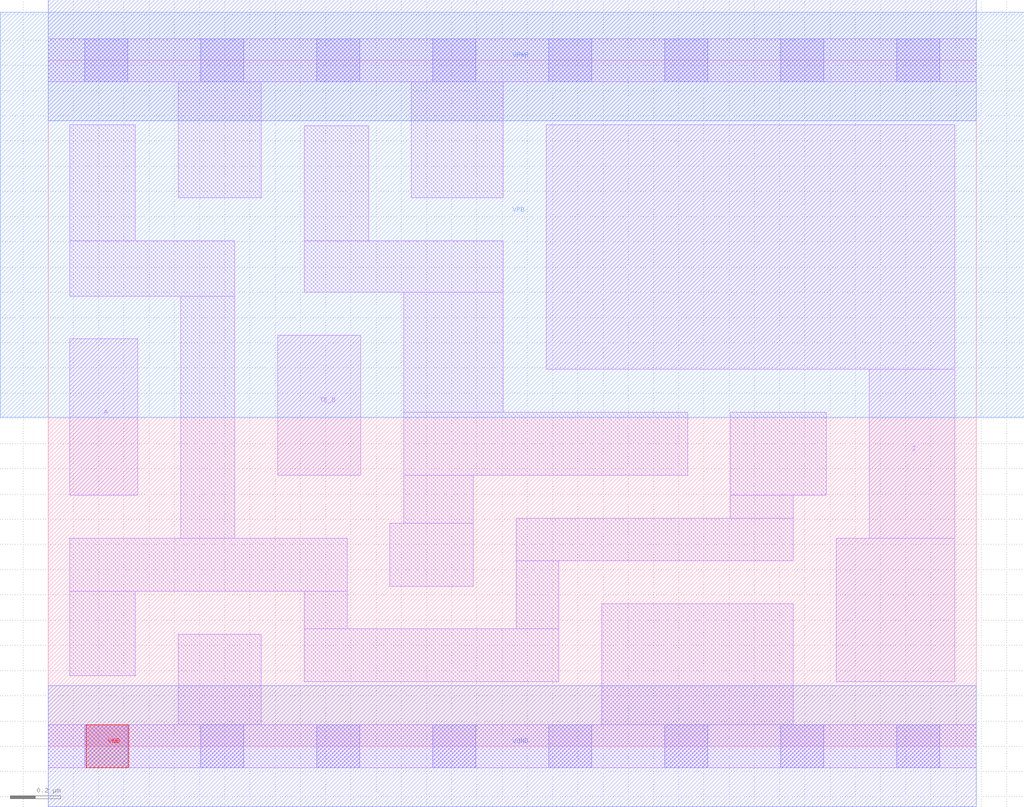
<source format=lef>
# Copyright 2020 The SkyWater PDK Authors
#
# Licensed under the Apache License, Version 2.0 (the "License");
# you may not use this file except in compliance with the License.
# You may obtain a copy of the License at
#
#     https://www.apache.org/licenses/LICENSE-2.0
#
# Unless required by applicable law or agreed to in writing, software
# distributed under the License is distributed on an "AS IS" BASIS,
# WITHOUT WARRANTIES OR CONDITIONS OF ANY KIND, either express or implied.
# See the License for the specific language governing permissions and
# limitations under the License.
#
# SPDX-License-Identifier: Apache-2.0

VERSION 5.7 ;
  NOWIREEXTENSIONATPIN ON ;
  DIVIDERCHAR "/" ;
  BUSBITCHARS "[]" ;
MACRO sky130_fd_sc_hd__ebufn_1
  CLASS CORE ;
  FOREIGN sky130_fd_sc_hd__ebufn_1 ;
  ORIGIN  0.000000  0.000000 ;
  SIZE  3.680000 BY  2.720000 ;
  SYMMETRY X Y R90 ;
  SITE unithd ;
  PIN A
    ANTENNAGATEAREA  0.159000 ;
    DIRECTION INPUT ;
    USE SIGNAL ;
    PORT
      LAYER li1 ;
        RECT 0.085000 0.995000 0.355000 1.615000 ;
    END
  END A
  PIN TE_B
    ANTENNAGATEAREA  0.309000 ;
    DIRECTION INPUT ;
    USE SIGNAL ;
    PORT
      LAYER li1 ;
        RECT 0.910000 1.075000 1.240000 1.630000 ;
    END
  END TE_B
  PIN VNB
    PORT
      LAYER pwell ;
        RECT 0.150000 -0.085000 0.320000 0.085000 ;
    END
  END VNB
  PIN VPB
    PORT
      LAYER nwell ;
        RECT -0.190000 1.305000 3.870000 2.910000 ;
    END
  END VPB
  PIN Z
    ANTENNADIFFAREA  0.601000 ;
    DIRECTION OUTPUT ;
    USE SIGNAL ;
    PORT
      LAYER li1 ;
        RECT 1.975000 1.495000 3.595000 2.465000 ;
        RECT 3.125000 0.255000 3.595000 0.825000 ;
        RECT 3.255000 0.825000 3.595000 1.495000 ;
    END
  END Z
  PIN VGND
    DIRECTION INOUT ;
    SHAPE ABUTMENT ;
    USE GROUND ;
    PORT
      LAYER met1 ;
        RECT 0.000000 -0.240000 3.680000 0.240000 ;
    END
  END VGND
  PIN VPWR
    DIRECTION INOUT ;
    SHAPE ABUTMENT ;
    USE POWER ;
    PORT
      LAYER met1 ;
        RECT 0.000000 2.480000 3.680000 2.960000 ;
    END
  END VPWR
  OBS
    LAYER li1 ;
      RECT 0.000000 -0.085000 3.680000 0.085000 ;
      RECT 0.000000  2.635000 3.680000 2.805000 ;
      RECT 0.085000  0.280000 0.345000 0.615000 ;
      RECT 0.085000  0.615000 1.185000 0.825000 ;
      RECT 0.085000  1.785000 0.740000 2.005000 ;
      RECT 0.085000  2.005000 0.345000 2.465000 ;
      RECT 0.515000  0.085000 0.845000 0.445000 ;
      RECT 0.515000  2.175000 0.845000 2.635000 ;
      RECT 0.525000  0.825000 0.740000 1.785000 ;
      RECT 1.015000  0.255000 2.025000 0.465000 ;
      RECT 1.015000  0.465000 1.185000 0.615000 ;
      RECT 1.015000  1.800000 1.805000 2.005000 ;
      RECT 1.015000  2.005000 1.270000 2.460000 ;
      RECT 1.355000  0.635000 1.685000 0.885000 ;
      RECT 1.410000  0.885000 1.685000 1.075000 ;
      RECT 1.410000  1.075000 2.535000 1.325000 ;
      RECT 1.410000  1.325000 1.805000 1.800000 ;
      RECT 1.440000  2.175000 1.805000 2.635000 ;
      RECT 1.855000  0.465000 2.025000 0.735000 ;
      RECT 1.855000  0.735000 2.955000 0.905000 ;
      RECT 2.195000  0.085000 2.955000 0.565000 ;
      RECT 2.705000  0.905000 2.955000 0.995000 ;
      RECT 2.705000  0.995000 3.085000 1.325000 ;
    LAYER mcon ;
      RECT 0.145000 -0.085000 0.315000 0.085000 ;
      RECT 0.145000  2.635000 0.315000 2.805000 ;
      RECT 0.605000 -0.085000 0.775000 0.085000 ;
      RECT 0.605000  2.635000 0.775000 2.805000 ;
      RECT 1.065000 -0.085000 1.235000 0.085000 ;
      RECT 1.065000  2.635000 1.235000 2.805000 ;
      RECT 1.525000 -0.085000 1.695000 0.085000 ;
      RECT 1.525000  2.635000 1.695000 2.805000 ;
      RECT 1.985000 -0.085000 2.155000 0.085000 ;
      RECT 1.985000  2.635000 2.155000 2.805000 ;
      RECT 2.445000 -0.085000 2.615000 0.085000 ;
      RECT 2.445000  2.635000 2.615000 2.805000 ;
      RECT 2.905000 -0.085000 3.075000 0.085000 ;
      RECT 2.905000  2.635000 3.075000 2.805000 ;
      RECT 3.365000 -0.085000 3.535000 0.085000 ;
      RECT 3.365000  2.635000 3.535000 2.805000 ;
  END
END sky130_fd_sc_hd__ebufn_1
END LIBRARY

</source>
